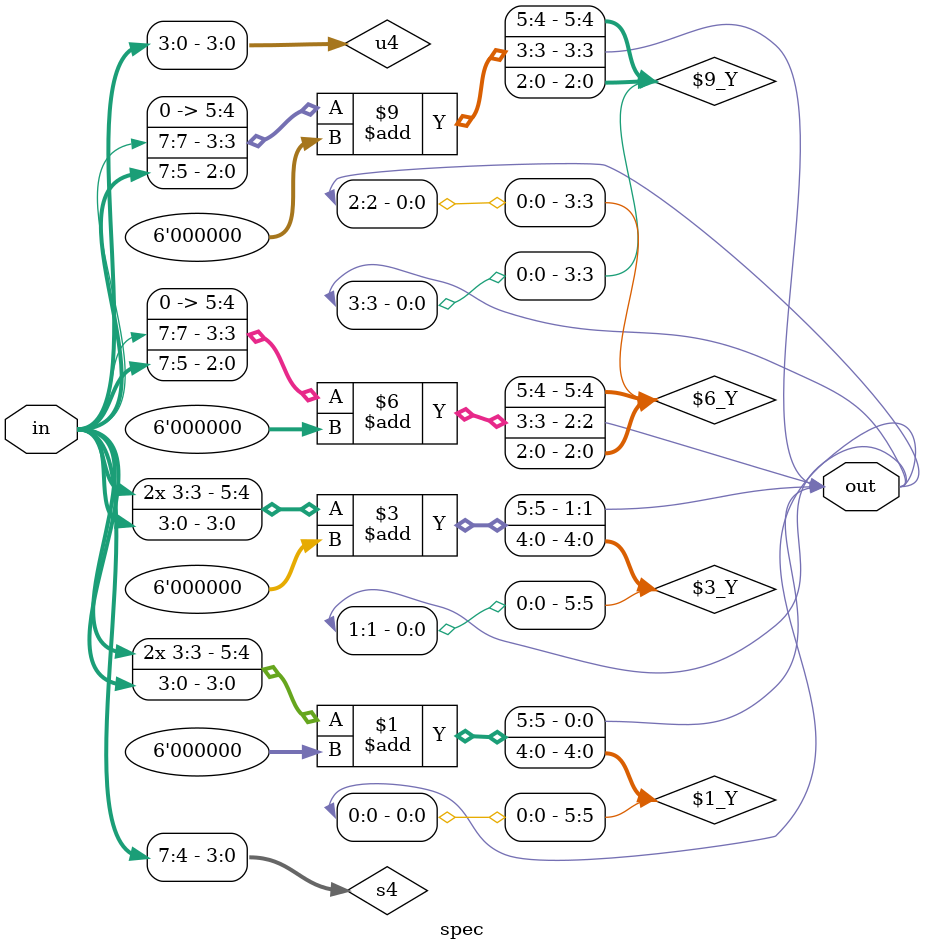
<source format=sv>



module spec (input logic [127:0] in,
	     output wire [127:0] out);

  logic [3:0] u4;
  logic signed [3:0] s4;
   assign {s4, u4} = in;

   assign out[0] = ($signed(u4) + 6'sb0) >> 5;
   assign out[1] = (signed'(u4) + 6'sb0) >> 5;
   assign out[2] = ($unsigned(s4 >>> 1) + 6'sb0) >> 3;
   assign out[3] = (unsigned'(s4 >>> 1) + 6'sb0) >> 3;




endmodule

</source>
